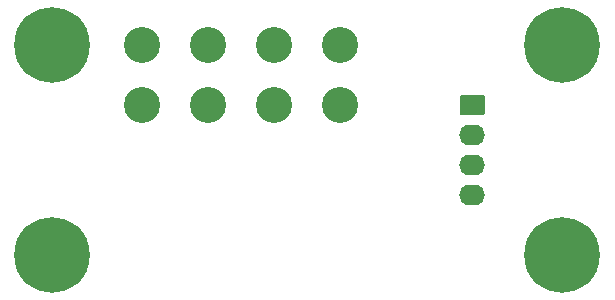
<source format=gts>
%TF.GenerationSoftware,KiCad,Pcbnew,(5.1.8-0-10_14)*%
%TF.CreationDate,2021-07-08T18:54:03+01:00*%
%TF.ProjectId,4u-mini-boat-power-connection,34752d6d-696e-4692-9d62-6f61742d706f,rev?*%
%TF.SameCoordinates,Original*%
%TF.FileFunction,Soldermask,Top*%
%TF.FilePolarity,Negative*%
%FSLAX46Y46*%
G04 Gerber Fmt 4.6, Leading zero omitted, Abs format (unit mm)*
G04 Created by KiCad (PCBNEW (5.1.8-0-10_14)) date 2021-07-08 18:54:03*
%MOMM*%
%LPD*%
G01*
G04 APERTURE LIST*
%ADD10O,2.190000X1.740000*%
%ADD11C,3.048000*%
%ADD12C,6.400000*%
G04 APERTURE END LIST*
D10*
%TO.C,J2*%
X166370000Y-92710000D03*
X166370000Y-90170000D03*
X166370000Y-87630000D03*
G36*
G01*
X165524999Y-84220000D02*
X167215001Y-84220000D01*
G75*
G02*
X167465000Y-84469999I0J-249999D01*
G01*
X167465000Y-85710001D01*
G75*
G02*
X167215001Y-85960000I-249999J0D01*
G01*
X165524999Y-85960000D01*
G75*
G02*
X165275000Y-85710001I0J249999D01*
G01*
X165275000Y-84469999D01*
G75*
G02*
X165524999Y-84220000I249999J0D01*
G01*
G37*
%TD*%
D11*
%TO.C,J1*%
X144018000Y-85090000D03*
X138430000Y-80010000D03*
X138430000Y-85090000D03*
X144018000Y-80010000D03*
X155194000Y-80010000D03*
X155194000Y-85090000D03*
X149606000Y-85090000D03*
X149606000Y-80010000D03*
%TD*%
D12*
%TO.C,H4*%
X130810000Y-97790000D03*
%TD*%
%TO.C,H3*%
X173990000Y-80010000D03*
%TD*%
%TO.C,H2*%
X130810000Y-80010000D03*
%TD*%
%TO.C,H1*%
X173990000Y-97790000D03*
%TD*%
M02*

</source>
